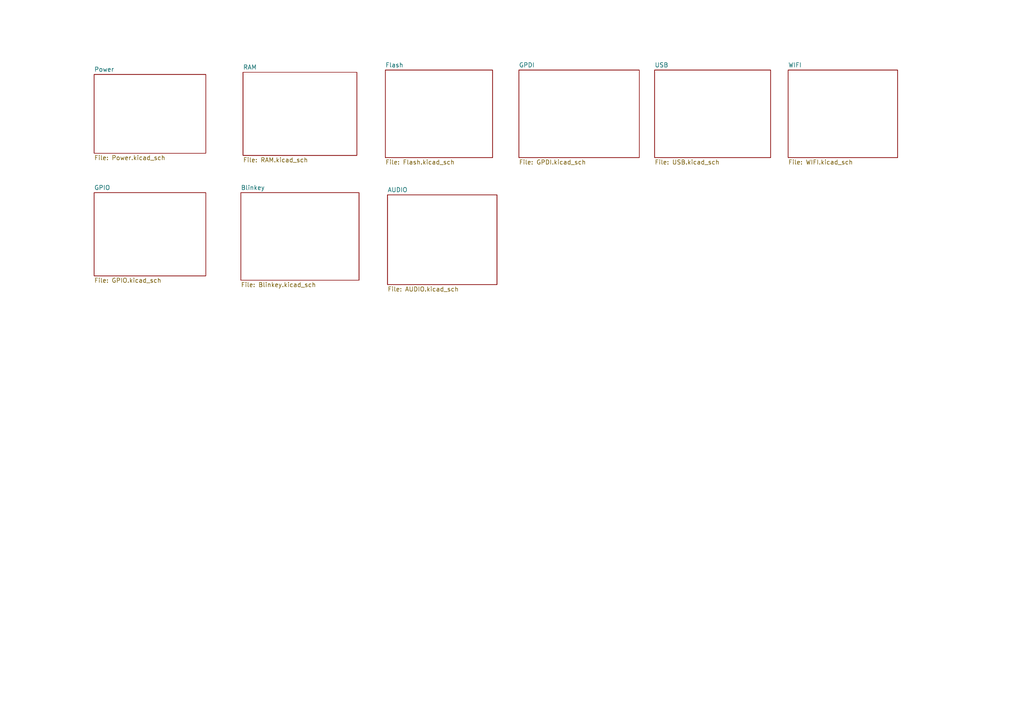
<source format=kicad_sch>
(kicad_sch (version 20230121) (generator eeschema)

  (uuid 37195a37-35e7-41b6-9fb2-a6f9cc4c6a25)

  (paper "A4")

  (lib_symbols
  )


  (sheet (at 189.865 20.32) (size 33.655 25.4) (fields_autoplaced)
    (stroke (width 0.1524) (type solid))
    (fill (color 0 0 0 0.0000))
    (uuid 558123d9-d9bc-489c-a7d1-f3f194687bd4)
    (property "Sheetname" "USB" (at 189.865 19.6084 0)
      (effects (font (size 1.27 1.27)) (justify left bottom))
    )
    (property "Sheetfile" "USB.kicad_sch" (at 189.865 46.3046 0)
      (effects (font (size 1.27 1.27)) (justify left top))
    )
    (property "Field2" "" (at 189.865 20.32 0)
      (effects (font (size 1.27 1.27)) hide)
    )
    (instances
      (project "ULX3 (FPGA)"
        (path "/37195a37-35e7-41b6-9fb2-a6f9cc4c6a25" (page "6"))
      )
    )
  )

  (sheet (at 150.495 20.32) (size 34.925 25.4) (fields_autoplaced)
    (stroke (width 0.1524) (type solid))
    (fill (color 0 0 0 0.0000))
    (uuid 8be1fb5d-8090-4416-915a-76878677db95)
    (property "Sheetname" "GPDI" (at 150.495 19.6084 0)
      (effects (font (size 1.27 1.27)) (justify left bottom))
    )
    (property "Sheetfile" "GPDI.kicad_sch" (at 150.495 46.3046 0)
      (effects (font (size 1.27 1.27)) (justify left top))
    )
    (property "Field2" "" (at 150.495 20.32 0)
      (effects (font (size 1.27 1.27)) hide)
    )
    (instances
      (project "ULX3 (FPGA)"
        (path "/37195a37-35e7-41b6-9fb2-a6f9cc4c6a25" (page "5"))
      )
    )
  )

  (sheet (at 112.395 56.515) (size 31.75 26.035) (fields_autoplaced)
    (stroke (width 0.1524) (type solid))
    (fill (color 0 0 0 0.0000))
    (uuid 90688252-f3eb-4e98-848b-af7f2a4897ea)
    (property "Sheetname" "AUDIO" (at 112.395 55.8034 0)
      (effects (font (size 1.27 1.27)) (justify left bottom))
    )
    (property "Sheetfile" "AUDIO.kicad_sch" (at 112.395 83.1346 0)
      (effects (font (size 1.27 1.27)) (justify left top))
    )
    (instances
      (project "ULX3 (FPGA)"
        (path "/37195a37-35e7-41b6-9fb2-a6f9cc4c6a25" (page "10"))
      )
    )
  )

  (sheet (at 27.305 55.88) (size 32.385 24.13) (fields_autoplaced)
    (stroke (width 0.1524) (type solid))
    (fill (color 0 0 0 0.0000))
    (uuid b3c8dc92-e1c2-4596-af89-55a8024b5c87)
    (property "Sheetname" "GPIO" (at 27.305 55.1684 0)
      (effects (font (size 1.27 1.27)) (justify left bottom))
    )
    (property "Sheetfile" "GPIO.kicad_sch" (at 27.305 80.5946 0)
      (effects (font (size 1.27 1.27)) (justify left top))
    )
    (property "Field2" "" (at 27.305 55.88 0)
      (effects (font (size 1.27 1.27)) hide)
    )
    (instances
      (project "ULX3 (FPGA)"
        (path "/37195a37-35e7-41b6-9fb2-a6f9cc4c6a25" (page "8"))
      )
    )
  )

  (sheet (at 69.85 55.88) (size 34.29 25.4) (fields_autoplaced)
    (stroke (width 0.1524) (type solid))
    (fill (color 0 0 0 0.0000))
    (uuid b646825e-d7bd-4a69-80bf-ad600956067c)
    (property "Sheetname" "Blinkey" (at 69.85 55.1684 0)
      (effects (font (size 1.27 1.27)) (justify left bottom))
    )
    (property "Sheetfile" "Blinkey.kicad_sch" (at 69.85 81.8646 0)
      (effects (font (size 1.27 1.27)) (justify left top))
    )
    (instances
      (project "ULX3 (FPGA)"
        (path "/37195a37-35e7-41b6-9fb2-a6f9cc4c6a25" (page "9"))
      )
    )
  )

  (sheet (at 70.485 20.955) (size 33.02 24.13) (fields_autoplaced)
    (stroke (width 0.1524) (type solid))
    (fill (color 0 0 0 0.0000))
    (uuid c513425e-5e55-4651-99df-5d23dd1d241c)
    (property "Sheetname" "RAM" (at 70.485 20.2434 0)
      (effects (font (size 1.27 1.27)) (justify left bottom))
    )
    (property "Sheetfile" "RAM.kicad_sch" (at 70.485 45.6696 0)
      (effects (font (size 1.27 1.27)) (justify left top))
    )
    (instances
      (project "ULX3 (FPGA)"
        (path "/37195a37-35e7-41b6-9fb2-a6f9cc4c6a25" (page "3"))
      )
    )
  )

  (sheet (at 27.305 21.59) (size 32.385 22.86) (fields_autoplaced)
    (stroke (width 0.1524) (type solid))
    (fill (color 0 0 0 0.0000))
    (uuid ce0769a7-0b8a-4bbc-8bb4-00b4ccca55d8)
    (property "Sheetname" "Power" (at 27.305 20.8784 0)
      (effects (font (size 1.27 1.27)) (justify left bottom))
    )
    (property "Sheetfile" "Power.kicad_sch" (at 27.305 45.0346 0)
      (effects (font (size 1.27 1.27)) (justify left top))
    )
    (instances
      (project "ULX3 (FPGA)"
        (path "/37195a37-35e7-41b6-9fb2-a6f9cc4c6a25" (page "2"))
      )
    )
  )

  (sheet (at 228.6 20.32) (size 31.75 25.4) (fields_autoplaced)
    (stroke (width 0.1524) (type solid))
    (fill (color 0 0 0 0.0000))
    (uuid da6c9aab-0038-43a3-ae36-d127368d42fa)
    (property "Sheetname" "WIFI" (at 228.6 19.6084 0)
      (effects (font (size 1.27 1.27)) (justify left bottom))
    )
    (property "Sheetfile" "WIFI.kicad_sch" (at 228.6 46.3046 0)
      (effects (font (size 1.27 1.27)) (justify left top))
    )
    (property "Field2" "" (at 228.6 20.32 0)
      (effects (font (size 1.27 1.27)) hide)
    )
    (instances
      (project "ULX3 (FPGA)"
        (path "/37195a37-35e7-41b6-9fb2-a6f9cc4c6a25" (page "7"))
      )
    )
  )

  (sheet (at 111.76 20.32) (size 31.115 25.4) (fields_autoplaced)
    (stroke (width 0.1524) (type solid))
    (fill (color 0 0 0 0.0000))
    (uuid ea7f660f-a00d-49e3-88b2-0cd07171a842)
    (property "Sheetname" "Flash" (at 111.76 19.6084 0)
      (effects (font (size 1.27 1.27)) (justify left bottom))
    )
    (property "Sheetfile" "Flash.kicad_sch" (at 111.76 46.3046 0)
      (effects (font (size 1.27 1.27)) (justify left top))
    )
    (instances
      (project "ULX3 (FPGA)"
        (path "/37195a37-35e7-41b6-9fb2-a6f9cc4c6a25" (page "4"))
      )
    )
  )

  (sheet_instances
    (path "/" (page "1"))
  )
)

</source>
